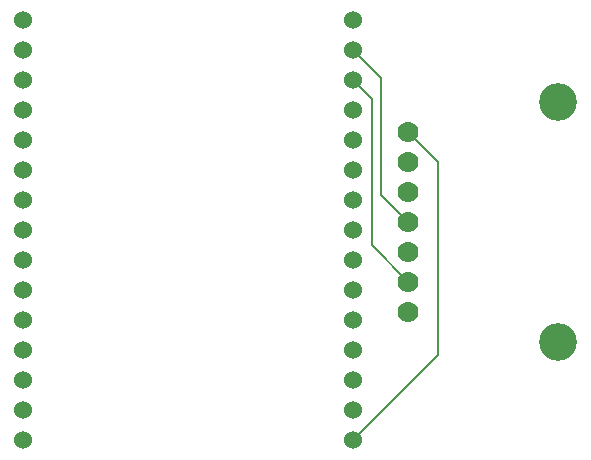
<source format=gbr>
%TF.GenerationSoftware,KiCad,Pcbnew,8.0.3*%
%TF.CreationDate,2024-07-11T16:06:48-07:00*%
%TF.ProjectId,RomiEnvironDetector,526f6d69-456e-4766-9972-6f6e44657465,rev?*%
%TF.SameCoordinates,Original*%
%TF.FileFunction,Copper,L1,Top*%
%TF.FilePolarity,Positive*%
%FSLAX46Y46*%
G04 Gerber Fmt 4.6, Leading zero omitted, Abs format (unit mm)*
G04 Created by KiCad (PCBNEW 8.0.3) date 2024-07-11 16:06:48*
%MOMM*%
%LPD*%
G01*
G04 APERTURE LIST*
%TA.AperFunction,ComponentPad*%
%ADD10C,1.778000*%
%TD*%
%TA.AperFunction,ComponentPad*%
%ADD11C,3.200000*%
%TD*%
%TA.AperFunction,ComponentPad*%
%ADD12C,1.524000*%
%TD*%
%TA.AperFunction,Conductor*%
%ADD13C,0.200000*%
%TD*%
G04 APERTURE END LIST*
D10*
%TO.P,BME688,1,VIN*%
%TO.N,Net-(BME688-VIN)*%
X140460000Y-74280000D03*
%TO.P,BME688,2,3Vo*%
%TO.N,unconnected-(BME688-3Vo-Pad2)*%
X140460000Y-76820000D03*
%TO.P,BME688,3,GND*%
%TO.N,GND*%
X140460000Y-79360000D03*
%TO.P,BME688,4,SCK*%
%TO.N,Net-(BME688-SCK)*%
X140460000Y-81900000D03*
%TO.P,BME688,5,SD0*%
%TO.N,unconnected-(BME688-SD0-Pad5)*%
X140460000Y-84440000D03*
%TO.P,BME688,6,SDI*%
%TO.N,Net-(BME688-SDI)*%
X140460000Y-86980000D03*
%TO.P,BME688,7,CS*%
%TO.N,unconnected-(BME688-CS-Pad7)*%
X140460000Y-89520000D03*
D11*
%TO.P,BME688,P$1*%
%TO.N,N/C*%
X153160000Y-71740000D03*
X153160000Y-92060000D03*
%TD*%
D12*
%TO.P,NodeMCU-ESP8266,1,A0*%
%TO.N,unconnected-(NodeMCU-ESP8266-A0-Pad1)*%
X107860000Y-64840000D03*
%TO.P,NodeMCU-ESP8266,2,G*%
%TO.N,unconnected-(NodeMCU-ESP8266-G-Pad2)*%
X107860000Y-67380000D03*
%TO.P,NodeMCU-ESP8266,3,VU*%
%TO.N,unconnected-(NodeMCU-ESP8266-VU-Pad3)*%
X107860000Y-69920000D03*
%TO.P,NodeMCU-ESP8266,4,S3*%
%TO.N,unconnected-(NodeMCU-ESP8266-S3-Pad4)*%
X107860000Y-72460000D03*
%TO.P,NodeMCU-ESP8266,5,S2*%
%TO.N,unconnected-(NodeMCU-ESP8266-S2-Pad5)*%
X107860000Y-75000000D03*
%TO.P,NodeMCU-ESP8266,6,S1*%
%TO.N,unconnected-(NodeMCU-ESP8266-S1-Pad6)*%
X107860000Y-77540000D03*
%TO.P,NodeMCU-ESP8266,7,SC*%
%TO.N,unconnected-(NodeMCU-ESP8266-SC-Pad7)*%
X107860000Y-80080000D03*
%TO.P,NodeMCU-ESP8266,8,S0*%
%TO.N,unconnected-(NodeMCU-ESP8266-S0-Pad8)*%
X107860000Y-82620000D03*
%TO.P,NodeMCU-ESP8266,9,SK*%
%TO.N,unconnected-(NodeMCU-ESP8266-SK-Pad9)*%
X107860000Y-85160000D03*
%TO.P,NodeMCU-ESP8266,10,G*%
%TO.N,unconnected-(NodeMCU-ESP8266-G-Pad10)*%
X107860000Y-87700000D03*
%TO.P,NodeMCU-ESP8266,11,3V*%
%TO.N,unconnected-(NodeMCU-ESP8266-3V-Pad11)*%
X107860000Y-90240000D03*
%TO.P,NodeMCU-ESP8266,12,EN*%
%TO.N,unconnected-(NodeMCU-ESP8266-EN-Pad12)*%
X107860000Y-92780000D03*
%TO.P,NodeMCU-ESP8266,13,RST*%
%TO.N,unconnected-(NodeMCU-ESP8266-RST-Pad13)*%
X107860000Y-95320000D03*
%TO.P,NodeMCU-ESP8266,14,G*%
%TO.N,unconnected-(NodeMCU-ESP8266-G-Pad14)*%
X107860000Y-97860000D03*
%TO.P,NodeMCU-ESP8266,15,VIN*%
%TO.N,unconnected-(NodeMCU-ESP8266-VIN-Pad15)*%
X107860000Y-100400000D03*
%TO.P,NodeMCU-ESP8266,16,3V*%
%TO.N,Net-(BME688-VIN)*%
X135800000Y-100400000D03*
%TO.P,NodeMCU-ESP8266,17,G*%
%TO.N,GND*%
X135800000Y-97860000D03*
%TO.P,NodeMCU-ESP8266,18,TX*%
%TO.N,unconnected-(NodeMCU-ESP8266-TX-Pad18)*%
X135800000Y-95320000D03*
%TO.P,NodeMCU-ESP8266,19,RX*%
%TO.N,unconnected-(NodeMCU-ESP8266-RX-Pad19)*%
X135800000Y-92780000D03*
%TO.P,NodeMCU-ESP8266,20,D8*%
%TO.N,unconnected-(NodeMCU-ESP8266-D8-Pad20)*%
X135800000Y-90240000D03*
%TO.P,NodeMCU-ESP8266,21,D7*%
%TO.N,unconnected-(NodeMCU-ESP8266-D7-Pad21)*%
X135800000Y-87700000D03*
%TO.P,NodeMCU-ESP8266,22,D6*%
%TO.N,unconnected-(NodeMCU-ESP8266-D6-Pad22)*%
X135800000Y-85160000D03*
%TO.P,NodeMCU-ESP8266,23,D5*%
%TO.N,unconnected-(NodeMCU-ESP8266-D5-Pad23)*%
X135800000Y-82620000D03*
%TO.P,NodeMCU-ESP8266,24,G*%
%TO.N,unconnected-(NodeMCU-ESP8266-G-Pad24)*%
X135800000Y-80080000D03*
%TO.P,NodeMCU-ESP8266,25,3V*%
%TO.N,unconnected-(NodeMCU-ESP8266-3V-Pad25)*%
X135800000Y-77540000D03*
%TO.P,NodeMCU-ESP8266,26,D4*%
%TO.N,unconnected-(NodeMCU-ESP8266-D4-Pad26)*%
X135800000Y-75000000D03*
%TO.P,NodeMCU-ESP8266,27,D3*%
%TO.N,unconnected-(NodeMCU-ESP8266-D3-Pad27)*%
X135800000Y-72460000D03*
%TO.P,NodeMCU-ESP8266,28,D2*%
%TO.N,Net-(BME688-SDI)*%
X135800000Y-69920000D03*
%TO.P,NodeMCU-ESP8266,29,D1*%
%TO.N,Net-(BME688-SCK)*%
X135800000Y-67380000D03*
%TO.P,NodeMCU-ESP8266,30,D0*%
%TO.N,unconnected-(NodeMCU-ESP8266-D0-Pad30)*%
X135800000Y-64840000D03*
%TD*%
D13*
%TO.N,Net-(BME688-VIN)*%
X143000000Y-76820000D02*
X140460000Y-74280000D01*
X143000000Y-93200000D02*
X143000000Y-76820000D01*
X135800000Y-100400000D02*
X143000000Y-93200000D01*
%TO.N,Net-(BME688-SDI)*%
X137400000Y-71520000D02*
X137400000Y-83920000D01*
X135800000Y-69920000D02*
X137400000Y-71520000D01*
X137400000Y-83920000D02*
X140460000Y-86980000D01*
%TO.N,Net-(BME688-SCK)*%
X138200000Y-79640000D02*
X140460000Y-81900000D01*
X135800000Y-67380000D02*
X138200000Y-69780000D01*
X138200000Y-69780000D02*
X138200000Y-79640000D01*
%TD*%
M02*

</source>
